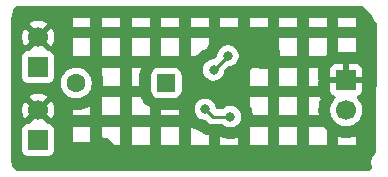
<source format=gbr>
%TF.GenerationSoftware,KiCad,Pcbnew,9.0.6*%
%TF.CreationDate,2026-01-10T22:29:01+00:00*%
%TF.ProjectId,Tiny_Solar_Power_Supply002,54696e79-5f53-46f6-9c61-725f506f7765,rev?*%
%TF.SameCoordinates,Original*%
%TF.FileFunction,Copper,L2,Bot*%
%TF.FilePolarity,Positive*%
%FSLAX46Y46*%
G04 Gerber Fmt 4.6, Leading zero omitted, Abs format (unit mm)*
G04 Created by KiCad (PCBNEW 9.0.6) date 2026-01-10 22:29:01*
%MOMM*%
%LPD*%
G01*
G04 APERTURE LIST*
G04 Aperture macros list*
%AMRoundRect*
0 Rectangle with rounded corners*
0 $1 Rounding radius*
0 $2 $3 $4 $5 $6 $7 $8 $9 X,Y pos of 4 corners*
0 Add a 4 corners polygon primitive as box body*
4,1,4,$2,$3,$4,$5,$6,$7,$8,$9,$2,$3,0*
0 Add four circle primitives for the rounded corners*
1,1,$1+$1,$2,$3*
1,1,$1+$1,$4,$5*
1,1,$1+$1,$6,$7*
1,1,$1+$1,$8,$9*
0 Add four rect primitives between the rounded corners*
20,1,$1+$1,$2,$3,$4,$5,0*
20,1,$1+$1,$4,$5,$6,$7,0*
20,1,$1+$1,$6,$7,$8,$9,0*
20,1,$1+$1,$8,$9,$2,$3,0*%
G04 Aperture macros list end*
%TA.AperFunction,ComponentPad*%
%ADD10R,1.700000X1.700000*%
%TD*%
%TA.AperFunction,ComponentPad*%
%ADD11C,1.700000*%
%TD*%
%TA.AperFunction,ComponentPad*%
%ADD12RoundRect,0.250000X0.550000X0.550000X-0.550000X0.550000X-0.550000X-0.550000X0.550000X-0.550000X0*%
%TD*%
%TA.AperFunction,ComponentPad*%
%ADD13C,1.600000*%
%TD*%
%TA.AperFunction,ViaPad*%
%ADD14C,0.800000*%
%TD*%
%TA.AperFunction,Conductor*%
%ADD15C,0.250000*%
%TD*%
G04 APERTURE END LIST*
D10*
%TO.P,J1,1,Pin_1*%
%TO.N,GNDD*%
X141500000Y-97790000D03*
D11*
%TO.P,J1,2,Pin_2*%
%TO.N,/OUT_P*%
X141500000Y-100330000D03*
%TD*%
D10*
%TO.P,J2,1,Pin_1*%
%TO.N,/BAT_P*%
X115425000Y-102850000D03*
D11*
%TO.P,J2,2,Pin_2*%
%TO.N,GNDD*%
X115425000Y-100310000D03*
%TD*%
D12*
%TO.P,J3,1,Pin_1*%
%TO.N,Net-(J3-Pin_1)*%
X126275000Y-98025000D03*
D13*
%TO.P,J3,2,Pin_2*%
%TO.N,/BAT_P*%
X118655000Y-98025000D03*
%TD*%
D10*
%TO.P,J4,1,Pin_1*%
%TO.N,/SOLAR_P*%
X115425000Y-96675000D03*
D11*
%TO.P,J4,2,Pin_2*%
%TO.N,GNDD*%
X115425000Y-94135000D03*
%TD*%
D14*
%TO.N,GNDD*%
X120725000Y-103950000D03*
X131225000Y-97775000D03*
X134575000Y-95525000D03*
%TO.N,Net-(U1-FB)*%
X129562500Y-100250000D03*
X131700000Y-100875000D03*
%TO.N,Net-(D1-A)*%
X130275000Y-96919599D03*
X131493077Y-95727520D03*
%TD*%
D15*
%TO.N,GNDD*%
X118240000Y-103125000D02*
X115425000Y-100310000D01*
X119900000Y-103125000D02*
X118240000Y-103125000D01*
X132325000Y-97775000D02*
X134575000Y-95525000D01*
X120725000Y-103950000D02*
X119900000Y-103125000D01*
X131225000Y-97775000D02*
X132325000Y-97775000D01*
%TO.N,Net-(U1-FB)*%
X131700000Y-100875000D02*
X130187500Y-100875000D01*
X130187500Y-100875000D02*
X129562500Y-100250000D01*
%TO.N,Net-(D1-A)*%
X130300998Y-96919599D02*
X131493077Y-95727520D01*
X130275000Y-96919599D02*
X130300998Y-96919599D01*
%TD*%
%TA.AperFunction,Conductor*%
%TO.N,GNDD*%
G36*
X142915344Y-91519352D02*
G01*
X142935986Y-91535986D01*
X143673047Y-92273047D01*
X143705346Y-92332198D01*
X143705981Y-92332046D01*
X143707118Y-92336784D01*
X143761494Y-92504139D01*
X143761496Y-92504145D01*
X143824756Y-92628298D01*
X143841386Y-92660936D01*
X143944818Y-92803298D01*
X143944820Y-92803300D01*
X144069248Y-92927728D01*
X144080778Y-92936105D01*
X144123443Y-92991436D01*
X144131888Y-93037283D01*
X144056958Y-103823180D01*
X144036808Y-103890082D01*
X144020643Y-103910000D01*
X143903901Y-104026742D01*
X143797635Y-104173005D01*
X143715558Y-104334088D01*
X143659688Y-104506036D01*
X143631407Y-104684598D01*
X143631407Y-104865401D01*
X143659689Y-105043964D01*
X143678228Y-105101022D01*
X143680223Y-105170864D01*
X143647978Y-105227021D01*
X143405069Y-105469931D01*
X143343746Y-105503416D01*
X143317388Y-105506250D01*
X113757612Y-105506250D01*
X113690573Y-105486565D01*
X113669931Y-105469931D01*
X113223215Y-105023215D01*
X113189730Y-104961892D01*
X113186896Y-104935534D01*
X113186896Y-104860518D01*
X113160363Y-104693002D01*
X113158902Y-104683776D01*
X113158901Y-104683772D01*
X113158901Y-104683771D01*
X113106069Y-104521172D01*
X113100000Y-104482854D01*
X113100000Y-101952135D01*
X114074500Y-101952135D01*
X114074500Y-103747870D01*
X114074501Y-103747876D01*
X114080908Y-103807483D01*
X114131202Y-103942328D01*
X114131206Y-103942335D01*
X114217452Y-104057544D01*
X114217455Y-104057547D01*
X114332664Y-104143793D01*
X114332671Y-104143797D01*
X114467517Y-104194091D01*
X114467516Y-104194091D01*
X114474444Y-104194835D01*
X114527127Y-104200500D01*
X116322872Y-104200499D01*
X116382483Y-104194091D01*
X116517331Y-104143796D01*
X116632546Y-104057546D01*
X116718796Y-103942331D01*
X116769091Y-103807483D01*
X116775500Y-103747873D01*
X116775500Y-103249667D01*
X118348000Y-103249667D01*
X119597437Y-103249667D01*
X119598350Y-103248178D01*
X119709373Y-103095367D01*
X119722010Y-103080571D01*
X119850000Y-102952581D01*
X119850000Y-102628977D01*
X120848000Y-102628977D01*
X121025399Y-102657075D01*
X121044319Y-102661617D01*
X121223958Y-102719985D01*
X121241935Y-102727431D01*
X121410232Y-102813183D01*
X121426822Y-102823350D01*
X121579633Y-102934373D01*
X121594429Y-102947010D01*
X121727990Y-103080571D01*
X121740627Y-103095367D01*
X121851650Y-103248178D01*
X121852563Y-103249667D01*
X122350000Y-103249667D01*
X123348000Y-103249667D01*
X124850000Y-103249667D01*
X125848000Y-103249667D01*
X127350000Y-103249667D01*
X128348000Y-103249667D01*
X129850000Y-103249667D01*
X130848000Y-103249667D01*
X132350000Y-103249667D01*
X132350000Y-102660682D01*
X132321949Y-102672301D01*
X132316272Y-102674491D01*
X132281620Y-102686890D01*
X132275845Y-102688798D01*
X132228952Y-102703025D01*
X132223084Y-102704649D01*
X132187349Y-102713601D01*
X132181408Y-102714935D01*
X131959357Y-102759104D01*
X131953360Y-102760145D01*
X131916929Y-102765549D01*
X131910888Y-102766294D01*
X131862116Y-102771097D01*
X131856046Y-102771545D01*
X131819274Y-102773351D01*
X131813191Y-102773500D01*
X131586809Y-102773500D01*
X131580726Y-102773351D01*
X131543954Y-102771545D01*
X131537884Y-102771097D01*
X131489112Y-102766294D01*
X131483071Y-102765549D01*
X131446640Y-102760145D01*
X131440643Y-102759104D01*
X131218592Y-102714935D01*
X131212651Y-102713601D01*
X131176916Y-102704649D01*
X131171048Y-102703025D01*
X131124155Y-102688798D01*
X131118380Y-102686890D01*
X131083728Y-102674491D01*
X131078051Y-102672301D01*
X130868905Y-102585671D01*
X130863344Y-102583206D01*
X130848000Y-102575949D01*
X130848000Y-103249667D01*
X129850000Y-103249667D01*
X129850000Y-102463174D01*
X129786315Y-102450507D01*
X129780374Y-102449173D01*
X129744645Y-102440223D01*
X129738778Y-102438599D01*
X129691881Y-102424372D01*
X129686104Y-102422463D01*
X129651441Y-102410060D01*
X129645763Y-102407870D01*
X129486649Y-102341962D01*
X129481084Y-102339495D01*
X129447780Y-102323743D01*
X129442339Y-102321004D01*
X129399120Y-102297900D01*
X129393827Y-102294901D01*
X129362260Y-102275979D01*
X129357122Y-102272726D01*
X129213936Y-102177053D01*
X129208958Y-102173547D01*
X129179384Y-102151613D01*
X129174590Y-102147871D01*
X129136706Y-102116782D01*
X129132094Y-102112804D01*
X129114108Y-102096502D01*
X129081092Y-102089935D01*
X129075151Y-102088601D01*
X129039416Y-102079649D01*
X129033548Y-102078025D01*
X128986655Y-102063798D01*
X128980880Y-102061890D01*
X128946228Y-102049491D01*
X128940551Y-102047301D01*
X128731405Y-101960671D01*
X128725844Y-101958206D01*
X128692562Y-101942466D01*
X128687123Y-101939729D01*
X128643901Y-101916627D01*
X128638606Y-101913627D01*
X128607012Y-101894691D01*
X128601868Y-101891434D01*
X128502394Y-101824967D01*
X133348000Y-101824967D01*
X133348000Y-103249667D01*
X134850000Y-103249667D01*
X135848000Y-103249667D01*
X137350000Y-103249667D01*
X138348000Y-103249667D01*
X139850000Y-103249667D01*
X139850000Y-102587510D01*
X140848000Y-102587510D01*
X140848000Y-103249667D01*
X142350000Y-103249667D01*
X142350000Y-102523076D01*
X142345440Y-102524658D01*
X142106007Y-102602455D01*
X142101347Y-102603869D01*
X142073005Y-102611862D01*
X142068300Y-102613089D01*
X142030183Y-102622242D01*
X142025423Y-102623287D01*
X141996523Y-102629036D01*
X141991728Y-102629892D01*
X141743059Y-102669277D01*
X141738236Y-102669944D01*
X141709003Y-102673404D01*
X141704165Y-102673881D01*
X141665086Y-102676959D01*
X141660221Y-102677246D01*
X141630769Y-102678404D01*
X141625897Y-102678500D01*
X141374103Y-102678500D01*
X141369231Y-102678404D01*
X141339779Y-102677246D01*
X141334914Y-102676959D01*
X141295835Y-102673881D01*
X141290997Y-102673404D01*
X141261764Y-102669944D01*
X141256941Y-102669277D01*
X141008272Y-102629892D01*
X141003477Y-102629036D01*
X140974577Y-102623287D01*
X140969817Y-102622242D01*
X140931700Y-102613089D01*
X140926995Y-102611862D01*
X140898653Y-102603869D01*
X140893993Y-102602455D01*
X140848000Y-102587510D01*
X139850000Y-102587510D01*
X139850000Y-102001280D01*
X139750356Y-101901636D01*
X139746986Y-101898132D01*
X139727012Y-101876527D01*
X139723778Y-101872888D01*
X139698317Y-101843081D01*
X139695227Y-101839316D01*
X139676968Y-101816157D01*
X139674025Y-101812269D01*
X139627089Y-101747667D01*
X138348000Y-101747667D01*
X138348000Y-103249667D01*
X137350000Y-103249667D01*
X137350000Y-101747667D01*
X135848000Y-101747667D01*
X135848000Y-103249667D01*
X134850000Y-103249667D01*
X134850000Y-101747667D01*
X133391093Y-101747667D01*
X133389729Y-101750377D01*
X133366627Y-101793599D01*
X133363627Y-101798894D01*
X133348000Y-101824967D01*
X128502394Y-101824967D01*
X128413631Y-101765657D01*
X128408655Y-101762153D01*
X128389123Y-101747667D01*
X128348000Y-101747667D01*
X128348000Y-103249667D01*
X127350000Y-103249667D01*
X127350000Y-101747667D01*
X125848000Y-101747667D01*
X125848000Y-103249667D01*
X124850000Y-103249667D01*
X124850000Y-101747667D01*
X123348000Y-101747667D01*
X123348000Y-103249667D01*
X122350000Y-103249667D01*
X122350000Y-101747667D01*
X120848000Y-101747667D01*
X120848000Y-102628977D01*
X119850000Y-102628977D01*
X119850000Y-101747667D01*
X118348000Y-101747667D01*
X118348000Y-103249667D01*
X116775500Y-103249667D01*
X116775499Y-101952128D01*
X116769091Y-101892517D01*
X116749248Y-101839316D01*
X116718797Y-101757671D01*
X116718793Y-101757664D01*
X116632547Y-101642455D01*
X116632544Y-101642452D01*
X116517335Y-101556206D01*
X116517328Y-101556202D01*
X116382482Y-101505908D01*
X116382483Y-101505908D01*
X116322883Y-101499501D01*
X116322881Y-101499500D01*
X116322873Y-101499500D01*
X116322865Y-101499500D01*
X116312309Y-101499500D01*
X116245270Y-101479815D01*
X116224628Y-101463181D01*
X115554408Y-100792962D01*
X115617993Y-100775925D01*
X115732007Y-100710099D01*
X115825099Y-100617007D01*
X115890925Y-100502993D01*
X115907962Y-100439409D01*
X116540270Y-101071717D01*
X116540270Y-101071716D01*
X116579622Y-101017554D01*
X116676095Y-100828217D01*
X116741757Y-100626130D01*
X116741757Y-100626127D01*
X116775000Y-100416246D01*
X116775000Y-100303526D01*
X118348000Y-100303526D01*
X118348000Y-100749667D01*
X119850000Y-100749667D01*
X120848000Y-100749667D01*
X122350000Y-100749667D01*
X123348000Y-100749667D01*
X124850000Y-100749667D01*
X124850000Y-100323499D01*
X125848000Y-100323499D01*
X125848000Y-100749667D01*
X127350000Y-100749667D01*
X127350000Y-100243028D01*
X127265863Y-100270909D01*
X127259386Y-100272861D01*
X127219884Y-100283599D01*
X127213309Y-100285195D01*
X127160055Y-100296593D01*
X127153411Y-100297827D01*
X127113006Y-100304196D01*
X127106299Y-100305066D01*
X126963787Y-100319624D01*
X126960639Y-100319905D01*
X126941595Y-100321361D01*
X126938449Y-100321562D01*
X126913080Y-100322854D01*
X126909926Y-100322974D01*
X126890856Y-100323459D01*
X126887703Y-100323499D01*
X125848000Y-100323499D01*
X124850000Y-100323499D01*
X124850000Y-100161304D01*
X128662000Y-100161304D01*
X128662000Y-100338695D01*
X128696603Y-100512658D01*
X128696606Y-100512667D01*
X128764483Y-100676540D01*
X128764490Y-100676553D01*
X128863035Y-100824034D01*
X128863038Y-100824038D01*
X128988461Y-100949461D01*
X128988465Y-100949464D01*
X129135946Y-101048009D01*
X129135959Y-101048016D01*
X129258863Y-101098923D01*
X129299834Y-101115894D01*
X129299836Y-101115894D01*
X129299841Y-101115896D01*
X129473804Y-101150499D01*
X129473807Y-101150500D01*
X129473809Y-101150500D01*
X129527047Y-101150500D01*
X129594086Y-101170185D01*
X129614728Y-101186819D01*
X129788762Y-101360854D01*
X129788765Y-101360857D01*
X129856911Y-101406390D01*
X129891214Y-101429311D01*
X130005048Y-101476463D01*
X130106618Y-101496666D01*
X130125888Y-101500499D01*
X130125892Y-101500500D01*
X130125893Y-101500500D01*
X130125894Y-101500500D01*
X131000639Y-101500500D01*
X131067678Y-101520185D01*
X131088321Y-101536820D01*
X131125961Y-101574461D01*
X131125965Y-101574464D01*
X131273446Y-101673009D01*
X131273459Y-101673016D01*
X131396363Y-101723923D01*
X131437334Y-101740894D01*
X131437336Y-101740894D01*
X131437341Y-101740896D01*
X131611304Y-101775499D01*
X131611307Y-101775500D01*
X131611309Y-101775500D01*
X131788693Y-101775500D01*
X131788694Y-101775499D01*
X131846682Y-101763964D01*
X131962658Y-101740896D01*
X131962661Y-101740894D01*
X131962666Y-101740894D01*
X132126547Y-101673013D01*
X132274035Y-101574464D01*
X132399464Y-101449035D01*
X132498013Y-101301547D01*
X132565894Y-101137666D01*
X132570225Y-101115896D01*
X132600499Y-100963695D01*
X132600500Y-100963693D01*
X132600500Y-100786306D01*
X132600499Y-100786304D01*
X132565896Y-100612341D01*
X132565893Y-100612332D01*
X132498016Y-100448459D01*
X132498009Y-100448446D01*
X132399464Y-100300965D01*
X132399461Y-100300961D01*
X132274038Y-100175538D01*
X132274034Y-100175535D01*
X132126553Y-100076990D01*
X132126540Y-100076983D01*
X131962667Y-100009106D01*
X131962658Y-100009103D01*
X131788694Y-99974500D01*
X131788691Y-99974500D01*
X131611309Y-99974500D01*
X131611306Y-99974500D01*
X131437341Y-100009103D01*
X131437332Y-100009106D01*
X131273459Y-100076983D01*
X131273446Y-100076990D01*
X131125965Y-100175535D01*
X131125961Y-100175538D01*
X131088321Y-100213180D01*
X131026999Y-100246666D01*
X131000639Y-100249500D01*
X130582307Y-100249500D01*
X130515268Y-100229815D01*
X130469513Y-100177011D01*
X130460690Y-100149692D01*
X130430838Y-99999623D01*
X130428394Y-99987334D01*
X130402588Y-99925032D01*
X133348000Y-99925032D01*
X133363627Y-99951106D01*
X133366627Y-99956401D01*
X133389729Y-99999623D01*
X133392466Y-100005062D01*
X133408206Y-100038344D01*
X133410671Y-100043905D01*
X133497301Y-100253051D01*
X133499491Y-100258728D01*
X133511890Y-100293380D01*
X133513798Y-100299155D01*
X133528025Y-100346048D01*
X133529649Y-100351916D01*
X133538601Y-100387651D01*
X133539935Y-100393592D01*
X133584104Y-100615643D01*
X133585145Y-100621640D01*
X133590549Y-100658071D01*
X133591294Y-100664112D01*
X133596097Y-100712884D01*
X133596545Y-100718954D01*
X133598053Y-100749667D01*
X134850000Y-100749667D01*
X135848000Y-100749667D01*
X137350000Y-100749667D01*
X138348000Y-100749667D01*
X139188695Y-100749667D01*
X139160723Y-100573059D01*
X139160056Y-100568236D01*
X139156596Y-100539003D01*
X139156119Y-100534165D01*
X139153041Y-100495086D01*
X139152754Y-100490221D01*
X139151596Y-100460769D01*
X139151500Y-100455897D01*
X139151500Y-100223713D01*
X140149500Y-100223713D01*
X140149500Y-100436287D01*
X140182754Y-100646243D01*
X140241881Y-100828217D01*
X140248444Y-100848414D01*
X140344951Y-101037820D01*
X140469890Y-101209786D01*
X140620213Y-101360109D01*
X140792179Y-101485048D01*
X140792181Y-101485049D01*
X140792184Y-101485051D01*
X140981588Y-101581557D01*
X141183757Y-101647246D01*
X141393713Y-101680500D01*
X141393714Y-101680500D01*
X141606286Y-101680500D01*
X141606287Y-101680500D01*
X141816243Y-101647246D01*
X142018412Y-101581557D01*
X142207816Y-101485051D01*
X142257388Y-101449035D01*
X142379786Y-101360109D01*
X142379788Y-101360106D01*
X142379792Y-101360104D01*
X142530104Y-101209792D01*
X142530106Y-101209788D01*
X142530109Y-101209786D01*
X142655048Y-101037820D01*
X142655047Y-101037820D01*
X142655051Y-101037816D01*
X142751557Y-100848412D01*
X142817246Y-100646243D01*
X142850500Y-100436287D01*
X142850500Y-100223713D01*
X142817246Y-100013757D01*
X142751557Y-99811588D01*
X142655051Y-99622184D01*
X142655049Y-99622181D01*
X142655048Y-99622179D01*
X142530109Y-99450213D01*
X142416181Y-99336285D01*
X142382696Y-99274962D01*
X142387680Y-99205270D01*
X142429552Y-99149337D01*
X142460529Y-99132422D01*
X142592086Y-99083354D01*
X142592093Y-99083350D01*
X142707187Y-98997190D01*
X142707190Y-98997187D01*
X142793350Y-98882093D01*
X142793354Y-98882086D01*
X142843596Y-98747379D01*
X142843598Y-98747372D01*
X142849999Y-98687844D01*
X142850000Y-98687827D01*
X142850000Y-98040000D01*
X141933012Y-98040000D01*
X141965925Y-97982993D01*
X142000000Y-97855826D01*
X142000000Y-97724174D01*
X141965925Y-97597007D01*
X141933012Y-97540000D01*
X142850000Y-97540000D01*
X142850000Y-96892172D01*
X142849999Y-96892155D01*
X142843598Y-96832627D01*
X142843596Y-96832620D01*
X142793354Y-96697913D01*
X142793350Y-96697906D01*
X142707190Y-96582812D01*
X142707187Y-96582809D01*
X142592093Y-96496649D01*
X142592086Y-96496645D01*
X142457379Y-96446403D01*
X142457372Y-96446401D01*
X142397844Y-96440000D01*
X141750000Y-96440000D01*
X141750000Y-97356988D01*
X141692993Y-97324075D01*
X141565826Y-97290000D01*
X141434174Y-97290000D01*
X141307007Y-97324075D01*
X141250000Y-97356988D01*
X141250000Y-96440000D01*
X140602155Y-96440000D01*
X140542627Y-96446401D01*
X140542620Y-96446403D01*
X140407913Y-96496645D01*
X140407906Y-96496649D01*
X140292812Y-96582809D01*
X140292809Y-96582812D01*
X140206649Y-96697906D01*
X140206645Y-96697913D01*
X140156403Y-96832620D01*
X140156401Y-96832627D01*
X140150000Y-96892155D01*
X140150000Y-97540000D01*
X141066988Y-97540000D01*
X141034075Y-97597007D01*
X141000000Y-97724174D01*
X141000000Y-97855826D01*
X141034075Y-97982993D01*
X141066988Y-98040000D01*
X140150000Y-98040000D01*
X140150000Y-98687844D01*
X140156401Y-98747372D01*
X140156403Y-98747379D01*
X140206645Y-98882086D01*
X140206649Y-98882093D01*
X140292809Y-98997187D01*
X140292812Y-98997190D01*
X140407906Y-99083350D01*
X140407913Y-99083354D01*
X140539470Y-99132422D01*
X140595404Y-99174293D01*
X140619821Y-99239758D01*
X140604969Y-99308031D01*
X140583819Y-99336285D01*
X140469889Y-99450215D01*
X140344951Y-99622179D01*
X140248444Y-99811585D01*
X140182753Y-100013760D01*
X140157130Y-100175538D01*
X140149500Y-100223713D01*
X139151500Y-100223713D01*
X139151500Y-100204103D01*
X139151596Y-100199231D01*
X139152754Y-100169779D01*
X139153041Y-100164914D01*
X139156119Y-100125835D01*
X139156596Y-100120997D01*
X139160056Y-100091764D01*
X139160723Y-100086941D01*
X139200108Y-99838272D01*
X139200964Y-99833477D01*
X139206713Y-99804577D01*
X139207758Y-99799817D01*
X139216911Y-99761700D01*
X139218138Y-99756995D01*
X139226131Y-99728653D01*
X139227545Y-99723993D01*
X139305342Y-99484560D01*
X139306936Y-99479963D01*
X139317121Y-99452353D01*
X139318893Y-99447825D01*
X139333891Y-99411608D01*
X139335846Y-99407139D01*
X139345188Y-99386871D01*
X139313638Y-99329091D01*
X139309677Y-99321177D01*
X139287419Y-99272441D01*
X139284030Y-99264261D01*
X139277841Y-99247667D01*
X138348000Y-99247667D01*
X138348000Y-100749667D01*
X137350000Y-100749667D01*
X137350000Y-99247667D01*
X135848000Y-99247667D01*
X135848000Y-100749667D01*
X134850000Y-100749667D01*
X134850000Y-99247667D01*
X133348000Y-99247667D01*
X133348000Y-99925032D01*
X130402588Y-99925032D01*
X130396321Y-99909901D01*
X130360516Y-99823459D01*
X130360509Y-99823446D01*
X130261964Y-99675965D01*
X130261961Y-99675961D01*
X130136538Y-99550538D01*
X130136534Y-99550535D01*
X129989053Y-99451990D01*
X129989040Y-99451983D01*
X129825167Y-99384106D01*
X129825158Y-99384103D01*
X129651194Y-99349500D01*
X129651191Y-99349500D01*
X129473809Y-99349500D01*
X129473806Y-99349500D01*
X129299841Y-99384103D01*
X129299832Y-99384106D01*
X129135959Y-99451983D01*
X129135946Y-99451990D01*
X128988465Y-99550535D01*
X128988461Y-99550538D01*
X128863038Y-99675961D01*
X128863035Y-99675965D01*
X128764490Y-99823446D01*
X128764483Y-99823459D01*
X128696606Y-99987332D01*
X128696603Y-99987341D01*
X128662000Y-100161304D01*
X124850000Y-100161304D01*
X124850000Y-100089651D01*
X124707697Y-100001879D01*
X124701667Y-99997913D01*
X124665907Y-99972872D01*
X124660123Y-99968566D01*
X124614556Y-99932536D01*
X124609029Y-99927898D01*
X124576431Y-99898887D01*
X124571187Y-99893939D01*
X124406061Y-99728813D01*
X124401113Y-99723569D01*
X124372102Y-99690971D01*
X124367464Y-99685444D01*
X124331434Y-99639877D01*
X124327128Y-99634093D01*
X124302087Y-99598333D01*
X124298121Y-99592303D01*
X124175519Y-99393532D01*
X124171912Y-99387285D01*
X124151194Y-99348860D01*
X124147956Y-99342413D01*
X124123409Y-99289768D01*
X124120553Y-99283146D01*
X124106459Y-99247667D01*
X123348000Y-99247667D01*
X123348000Y-100749667D01*
X122350000Y-100749667D01*
X122350000Y-99247667D01*
X120848000Y-99247667D01*
X120848000Y-100749667D01*
X119850000Y-100749667D01*
X119850000Y-99993162D01*
X119841344Y-99998467D01*
X119837144Y-100000929D01*
X119811448Y-100015319D01*
X119807155Y-100017614D01*
X119589827Y-100128349D01*
X119585443Y-100130475D01*
X119558667Y-100142818D01*
X119554200Y-100144772D01*
X119517984Y-100159770D01*
X119513453Y-100161543D01*
X119485844Y-100171727D01*
X119481250Y-100173320D01*
X119249283Y-100248692D01*
X119244620Y-100250106D01*
X119216241Y-100258109D01*
X119211522Y-100259340D01*
X119173403Y-100268488D01*
X119168652Y-100269530D01*
X119139789Y-100275270D01*
X119135001Y-100276125D01*
X118894125Y-100314277D01*
X118889301Y-100314945D01*
X118860067Y-100318405D01*
X118855230Y-100318881D01*
X118816151Y-100321959D01*
X118811286Y-100322246D01*
X118781834Y-100323404D01*
X118776962Y-100323500D01*
X118533038Y-100323500D01*
X118528166Y-100323404D01*
X118498714Y-100322246D01*
X118493849Y-100321959D01*
X118454770Y-100318881D01*
X118449933Y-100318405D01*
X118420699Y-100314945D01*
X118415874Y-100314277D01*
X118348000Y-100303526D01*
X116775000Y-100303526D01*
X116775000Y-100203753D01*
X116741757Y-99993872D01*
X116741757Y-99993869D01*
X116676095Y-99791782D01*
X116579624Y-99602449D01*
X116540270Y-99548282D01*
X116540269Y-99548282D01*
X115907962Y-100180590D01*
X115890925Y-100117007D01*
X115825099Y-100002993D01*
X115732007Y-99909901D01*
X115617993Y-99844075D01*
X115554409Y-99827037D01*
X116186716Y-99194728D01*
X116132550Y-99155375D01*
X115943217Y-99058904D01*
X115741129Y-98993242D01*
X115531246Y-98960000D01*
X115318754Y-98960000D01*
X115108872Y-98993242D01*
X115108869Y-98993242D01*
X114906782Y-99058904D01*
X114717439Y-99155380D01*
X114663282Y-99194727D01*
X114663282Y-99194728D01*
X115295591Y-99827037D01*
X115232007Y-99844075D01*
X115117993Y-99909901D01*
X115024901Y-100002993D01*
X114959075Y-100117007D01*
X114942037Y-100180591D01*
X114309728Y-99548282D01*
X114309727Y-99548282D01*
X114270380Y-99602439D01*
X114173904Y-99791782D01*
X114108242Y-99993869D01*
X114108242Y-99993872D01*
X114075000Y-100203753D01*
X114075000Y-100416246D01*
X114108242Y-100626127D01*
X114108242Y-100626130D01*
X114173904Y-100828217D01*
X114270375Y-101017550D01*
X114309728Y-101071716D01*
X114942037Y-100439408D01*
X114959075Y-100502993D01*
X115024901Y-100617007D01*
X115117993Y-100710099D01*
X115232007Y-100775925D01*
X115295590Y-100792962D01*
X114625370Y-101463181D01*
X114564047Y-101496666D01*
X114537698Y-101499500D01*
X114527134Y-101499500D01*
X114527123Y-101499501D01*
X114467516Y-101505908D01*
X114332671Y-101556202D01*
X114332664Y-101556206D01*
X114217455Y-101642452D01*
X114217452Y-101642455D01*
X114131206Y-101757664D01*
X114131202Y-101757671D01*
X114080908Y-101892517D01*
X114074501Y-101952116D01*
X114074501Y-101952123D01*
X114074500Y-101952135D01*
X113100000Y-101952135D01*
X113100000Y-95777135D01*
X114074500Y-95777135D01*
X114074500Y-97572870D01*
X114074501Y-97572876D01*
X114080908Y-97632483D01*
X114131202Y-97767328D01*
X114131206Y-97767335D01*
X114217452Y-97882544D01*
X114217455Y-97882547D01*
X114332664Y-97968793D01*
X114332671Y-97968797D01*
X114467517Y-98019091D01*
X114467516Y-98019091D01*
X114474444Y-98019835D01*
X114527127Y-98025500D01*
X116322872Y-98025499D01*
X116382483Y-98019091D01*
X116517331Y-97968796D01*
X116578977Y-97922648D01*
X117354500Y-97922648D01*
X117354500Y-98127351D01*
X117386522Y-98329534D01*
X117449781Y-98524223D01*
X117501135Y-98625009D01*
X117533151Y-98687844D01*
X117542715Y-98706613D01*
X117663028Y-98872213D01*
X117807786Y-99016971D01*
X117962749Y-99129556D01*
X117973390Y-99137287D01*
X118047306Y-99174949D01*
X118155776Y-99230218D01*
X118155778Y-99230218D01*
X118155781Y-99230220D01*
X118246856Y-99259812D01*
X118350465Y-99293477D01*
X118390993Y-99299896D01*
X118552648Y-99325500D01*
X118552649Y-99325500D01*
X118757351Y-99325500D01*
X118757352Y-99325500D01*
X118959534Y-99293477D01*
X119154219Y-99230220D01*
X119336610Y-99137287D01*
X119465482Y-99043657D01*
X119502213Y-99016971D01*
X119502215Y-99016968D01*
X119502219Y-99016966D01*
X119646966Y-98872219D01*
X119646968Y-98872215D01*
X119646971Y-98872213D01*
X119699732Y-98799590D01*
X119767287Y-98706610D01*
X119860220Y-98524219D01*
X119923477Y-98329534D01*
X119955500Y-98127352D01*
X119955500Y-97922648D01*
X119933777Y-97785495D01*
X119923477Y-97720465D01*
X119866464Y-97544999D01*
X119860220Y-97525781D01*
X119860218Y-97525778D01*
X119860218Y-97525776D01*
X119808865Y-97424991D01*
X119767287Y-97343390D01*
X119762105Y-97336258D01*
X120848000Y-97336258D01*
X120878692Y-97430717D01*
X120880106Y-97435380D01*
X120888109Y-97463759D01*
X120889340Y-97468478D01*
X120898488Y-97506597D01*
X120899530Y-97511348D01*
X120905270Y-97540211D01*
X120906125Y-97544999D01*
X120944277Y-97785875D01*
X120944945Y-97790699D01*
X120948405Y-97819933D01*
X120948881Y-97824770D01*
X120951959Y-97863849D01*
X120952246Y-97868714D01*
X120953404Y-97898166D01*
X120953500Y-97903038D01*
X120953500Y-98146962D01*
X120953404Y-98151834D01*
X120952246Y-98181286D01*
X120951959Y-98186151D01*
X120948881Y-98225230D01*
X120948405Y-98230067D01*
X120946085Y-98249667D01*
X122350000Y-98249667D01*
X123348000Y-98249667D01*
X123976501Y-98249667D01*
X123976500Y-97424983D01*
X124974500Y-97424983D01*
X124974500Y-98625001D01*
X124974501Y-98625018D01*
X124985000Y-98727796D01*
X124985001Y-98727799D01*
X125032856Y-98872213D01*
X125040186Y-98894334D01*
X125132288Y-99043656D01*
X125256344Y-99167712D01*
X125405666Y-99259814D01*
X125572203Y-99314999D01*
X125674991Y-99325500D01*
X126875008Y-99325499D01*
X126977797Y-99314999D01*
X127144334Y-99259814D01*
X127293656Y-99167712D01*
X127417712Y-99043656D01*
X127509814Y-98894334D01*
X127564999Y-98727797D01*
X127575500Y-98625009D01*
X127575500Y-98249667D01*
X133348000Y-98249667D01*
X134850000Y-98249667D01*
X135848000Y-98249667D01*
X137350000Y-98249667D01*
X138348000Y-98249667D01*
X139152000Y-98249667D01*
X139152000Y-97839454D01*
X139161439Y-97792002D01*
X139162268Y-97790000D01*
X139161439Y-97787998D01*
X139152000Y-97740546D01*
X139152000Y-96878823D01*
X139152044Y-96875509D01*
X139152580Y-96855461D01*
X139152713Y-96852145D01*
X139154142Y-96825458D01*
X139154364Y-96822144D01*
X139155977Y-96802095D01*
X139156289Y-96798783D01*
X139161785Y-96747667D01*
X138348000Y-96747667D01*
X138348000Y-98249667D01*
X137350000Y-98249667D01*
X137350000Y-96747667D01*
X135848000Y-96747667D01*
X135848000Y-98249667D01*
X134850000Y-98249667D01*
X134850000Y-96821947D01*
X134688840Y-96847473D01*
X134669442Y-96849000D01*
X134480558Y-96849000D01*
X134461160Y-96847473D01*
X134274601Y-96817925D01*
X134255681Y-96813383D01*
X134076042Y-96755015D01*
X134058302Y-96747667D01*
X133348000Y-96747667D01*
X133348000Y-98249667D01*
X127575500Y-98249667D01*
X127575499Y-97424992D01*
X127571914Y-97389901D01*
X127564999Y-97322203D01*
X127564998Y-97322200D01*
X127554328Y-97290000D01*
X127509814Y-97155666D01*
X127417712Y-97006344D01*
X127293656Y-96882288D01*
X127210347Y-96830903D01*
X129374500Y-96830903D01*
X129374500Y-97008294D01*
X129409103Y-97182257D01*
X129409106Y-97182266D01*
X129476983Y-97346139D01*
X129476990Y-97346152D01*
X129575535Y-97493633D01*
X129575538Y-97493637D01*
X129700961Y-97619060D01*
X129700965Y-97619063D01*
X129848446Y-97717608D01*
X129848459Y-97717615D01*
X129968479Y-97767328D01*
X130012334Y-97785493D01*
X130012336Y-97785493D01*
X130012341Y-97785495D01*
X130186304Y-97820098D01*
X130186307Y-97820099D01*
X130186309Y-97820099D01*
X130363693Y-97820099D01*
X130363694Y-97820098D01*
X130421682Y-97808563D01*
X130537658Y-97785495D01*
X130537661Y-97785493D01*
X130537666Y-97785493D01*
X130701547Y-97717612D01*
X130849035Y-97619063D01*
X130974464Y-97493634D01*
X131073013Y-97346146D01*
X131140894Y-97182265D01*
X131175500Y-97008290D01*
X131175500Y-96981049D01*
X131195185Y-96914010D01*
X131211819Y-96893368D01*
X131440848Y-96664339D01*
X131502171Y-96630854D01*
X131528529Y-96628020D01*
X131581770Y-96628020D01*
X131581771Y-96628019D01*
X131639759Y-96616484D01*
X131755735Y-96593416D01*
X131755738Y-96593414D01*
X131755743Y-96593414D01*
X131919624Y-96525533D01*
X132067112Y-96426984D01*
X132192541Y-96301555D01*
X132291090Y-96154067D01*
X132358971Y-95990186D01*
X132360445Y-95982780D01*
X132393576Y-95816215D01*
X132393577Y-95816213D01*
X132393577Y-95638826D01*
X132393576Y-95638824D01*
X132358973Y-95464861D01*
X132358970Y-95464852D01*
X132344276Y-95429378D01*
X132342000Y-95423883D01*
X132291093Y-95300979D01*
X132291086Y-95300966D01*
X132195782Y-95158336D01*
X135848000Y-95158336D01*
X135863383Y-95205681D01*
X135867925Y-95224601D01*
X135897473Y-95411160D01*
X135899000Y-95430558D01*
X135899000Y-95619442D01*
X135897473Y-95638840D01*
X135879920Y-95749667D01*
X137350000Y-95749667D01*
X138348000Y-95749667D01*
X139740423Y-95749667D01*
X139838368Y-95676345D01*
X139845638Y-95671297D01*
X139850000Y-95668493D01*
X139850000Y-95442000D01*
X140848000Y-95442000D01*
X141450546Y-95442000D01*
X141497998Y-95451439D01*
X141500000Y-95452268D01*
X141502002Y-95451439D01*
X141549454Y-95442000D01*
X142350000Y-95442000D01*
X142350000Y-94247667D01*
X140848000Y-94247667D01*
X140848000Y-95442000D01*
X139850000Y-95442000D01*
X139850000Y-94247667D01*
X138348000Y-94247667D01*
X138348000Y-95749667D01*
X137350000Y-95749667D01*
X137350000Y-94247667D01*
X135848000Y-94247667D01*
X135848000Y-95158336D01*
X132195782Y-95158336D01*
X132192541Y-95153485D01*
X132192538Y-95153481D01*
X132067115Y-95028058D01*
X132067111Y-95028055D01*
X131919630Y-94929510D01*
X131919617Y-94929503D01*
X131755744Y-94861626D01*
X131755735Y-94861623D01*
X131581771Y-94827020D01*
X131581768Y-94827020D01*
X131404386Y-94827020D01*
X131404383Y-94827020D01*
X131230418Y-94861623D01*
X131230409Y-94861626D01*
X131066536Y-94929503D01*
X131066523Y-94929510D01*
X130919042Y-95028055D01*
X130919038Y-95028058D01*
X130793615Y-95153481D01*
X130793612Y-95153485D01*
X130695067Y-95300966D01*
X130695060Y-95300979D01*
X130627183Y-95464852D01*
X130627180Y-95464861D01*
X130592577Y-95638824D01*
X130592577Y-95692068D01*
X130572892Y-95759107D01*
X130556258Y-95779749D01*
X130353227Y-95982780D01*
X130291904Y-96016265D01*
X130265546Y-96019099D01*
X130186306Y-96019099D01*
X130012341Y-96053702D01*
X130012332Y-96053705D01*
X129848459Y-96121582D01*
X129848446Y-96121589D01*
X129700965Y-96220134D01*
X129700961Y-96220137D01*
X129575538Y-96345560D01*
X129575535Y-96345564D01*
X129476990Y-96493045D01*
X129476983Y-96493058D01*
X129409106Y-96656931D01*
X129409103Y-96656940D01*
X129374500Y-96830903D01*
X127210347Y-96830903D01*
X127200888Y-96825069D01*
X127144336Y-96790187D01*
X127144331Y-96790185D01*
X127142862Y-96789698D01*
X126977797Y-96735001D01*
X126977795Y-96735000D01*
X126875010Y-96724500D01*
X125674998Y-96724500D01*
X125674981Y-96724501D01*
X125572203Y-96735000D01*
X125572200Y-96735001D01*
X125405668Y-96790185D01*
X125405663Y-96790187D01*
X125256342Y-96882289D01*
X125132289Y-97006342D01*
X125040187Y-97155663D01*
X125040185Y-97155668D01*
X125029812Y-97186972D01*
X124985001Y-97322203D01*
X124985001Y-97322204D01*
X124985000Y-97322204D01*
X124974500Y-97424983D01*
X123976500Y-97424983D01*
X123976500Y-97412296D01*
X123976540Y-97409143D01*
X123977025Y-97390073D01*
X123977145Y-97386920D01*
X123978437Y-97361549D01*
X123978638Y-97358398D01*
X123980095Y-97339349D01*
X123980376Y-97336204D01*
X123994936Y-97193681D01*
X123995807Y-97186972D01*
X124002181Y-97146543D01*
X124003416Y-97139892D01*
X124014818Y-97086641D01*
X124016413Y-97080074D01*
X124027144Y-97040600D01*
X124029095Y-97034125D01*
X124101977Y-96814182D01*
X124104444Y-96807404D01*
X124120554Y-96766853D01*
X124123409Y-96760234D01*
X124129269Y-96747667D01*
X123348000Y-96747667D01*
X123348000Y-98249667D01*
X122350000Y-98249667D01*
X122350000Y-96747667D01*
X120848000Y-96747667D01*
X120848000Y-97336258D01*
X119762105Y-97336258D01*
X119751892Y-97322200D01*
X119646971Y-97177786D01*
X119502213Y-97033028D01*
X119336613Y-96912715D01*
X119336612Y-96912714D01*
X119336610Y-96912713D01*
X119263593Y-96875509D01*
X119154223Y-96819781D01*
X118959534Y-96756522D01*
X118784995Y-96728878D01*
X118757352Y-96724500D01*
X118552648Y-96724500D01*
X118528329Y-96728351D01*
X118350465Y-96756522D01*
X118155776Y-96819781D01*
X117973386Y-96912715D01*
X117807786Y-97033028D01*
X117663028Y-97177786D01*
X117542715Y-97343386D01*
X117449781Y-97525776D01*
X117386522Y-97720465D01*
X117354500Y-97922648D01*
X116578977Y-97922648D01*
X116632546Y-97882546D01*
X116718796Y-97767331D01*
X116769091Y-97632483D01*
X116775500Y-97572873D01*
X116775499Y-95777128D01*
X116772204Y-95746473D01*
X118348000Y-95746473D01*
X118415875Y-95735723D01*
X118420699Y-95735055D01*
X118449933Y-95731595D01*
X118454770Y-95731119D01*
X118493849Y-95728041D01*
X118498714Y-95727754D01*
X118528166Y-95726596D01*
X118533038Y-95726500D01*
X118776962Y-95726500D01*
X118781834Y-95726596D01*
X118811286Y-95727754D01*
X118816151Y-95728041D01*
X118855230Y-95731119D01*
X118860067Y-95731595D01*
X118889301Y-95735055D01*
X118894125Y-95735723D01*
X118982162Y-95749667D01*
X119850000Y-95749667D01*
X120848000Y-95749667D01*
X122350000Y-95749667D01*
X123348000Y-95749667D01*
X124850000Y-95749667D01*
X124850000Y-95726500D01*
X125848000Y-95726500D01*
X126887704Y-95726500D01*
X126890857Y-95726540D01*
X126909927Y-95727025D01*
X126913080Y-95727145D01*
X126938451Y-95728437D01*
X126941602Y-95728638D01*
X126960651Y-95730095D01*
X126963796Y-95730376D01*
X127106319Y-95744936D01*
X127113028Y-95745807D01*
X127137511Y-95749667D01*
X127350000Y-95749667D01*
X128348000Y-95749667D01*
X128774778Y-95749667D01*
X128784779Y-95736182D01*
X128788524Y-95731384D01*
X128819613Y-95693502D01*
X128823587Y-95688895D01*
X128848318Y-95661608D01*
X128852516Y-95657199D01*
X129012600Y-95497115D01*
X129017009Y-95492917D01*
X129044296Y-95468186D01*
X129048903Y-95464212D01*
X129086785Y-95433123D01*
X129091583Y-95429378D01*
X129121155Y-95407446D01*
X129126131Y-95403942D01*
X129314368Y-95278165D01*
X129319512Y-95274908D01*
X129351106Y-95255972D01*
X129356401Y-95252972D01*
X129399623Y-95229870D01*
X129405062Y-95227133D01*
X129438344Y-95211393D01*
X129443905Y-95208928D01*
X129653051Y-95122298D01*
X129658728Y-95120108D01*
X129693380Y-95107709D01*
X129695180Y-95107114D01*
X129695776Y-95105571D01*
X129782406Y-94896425D01*
X129784871Y-94890864D01*
X129800611Y-94857582D01*
X129803348Y-94852143D01*
X129826450Y-94808921D01*
X129829450Y-94803626D01*
X129848386Y-94772032D01*
X129850000Y-94769482D01*
X129850000Y-94247667D01*
X128348000Y-94247667D01*
X128348000Y-95749667D01*
X127350000Y-95749667D01*
X127350000Y-94247667D01*
X125848000Y-94247667D01*
X125848000Y-95726500D01*
X124850000Y-95726500D01*
X124850000Y-94247667D01*
X123348000Y-94247667D01*
X123348000Y-95749667D01*
X122350000Y-95749667D01*
X122350000Y-94247667D01*
X120848000Y-94247667D01*
X120848000Y-95749667D01*
X119850000Y-95749667D01*
X119850000Y-94247667D01*
X118348000Y-94247667D01*
X118348000Y-95746473D01*
X116772204Y-95746473D01*
X116769091Y-95717517D01*
X116750806Y-95668493D01*
X116718797Y-95582671D01*
X116718793Y-95582664D01*
X116632547Y-95467455D01*
X116632544Y-95467452D01*
X116517335Y-95381206D01*
X116517328Y-95381202D01*
X116382482Y-95330908D01*
X116382483Y-95330908D01*
X116322883Y-95324501D01*
X116322881Y-95324500D01*
X116322873Y-95324500D01*
X116322865Y-95324500D01*
X116312309Y-95324500D01*
X116245270Y-95304815D01*
X116224628Y-95288181D01*
X115554408Y-94617962D01*
X115617993Y-94600925D01*
X115732007Y-94535099D01*
X115825099Y-94442007D01*
X115890925Y-94327993D01*
X115907962Y-94264409D01*
X116540270Y-94896717D01*
X116540270Y-94896716D01*
X116579622Y-94842554D01*
X116676095Y-94653217D01*
X116741757Y-94451130D01*
X116741757Y-94451127D01*
X116775000Y-94241246D01*
X116775000Y-94028753D01*
X116741757Y-93818872D01*
X116741757Y-93818869D01*
X116676095Y-93616782D01*
X116579624Y-93427449D01*
X116540270Y-93373282D01*
X116540269Y-93373282D01*
X115907962Y-94005590D01*
X115890925Y-93942007D01*
X115825099Y-93827993D01*
X115732007Y-93734901D01*
X115617993Y-93669075D01*
X115554409Y-93652037D01*
X115956778Y-93249667D01*
X118348000Y-93249667D01*
X119850000Y-93249667D01*
X120848000Y-93249667D01*
X122350000Y-93249667D01*
X123348000Y-93249667D01*
X124850000Y-93249667D01*
X125848000Y-93249667D01*
X127350000Y-93249667D01*
X128348000Y-93249667D01*
X129850000Y-93249667D01*
X130848000Y-93249667D01*
X132350000Y-93249667D01*
X133348000Y-93249667D01*
X134850000Y-93249667D01*
X135848000Y-93249667D01*
X137350000Y-93249667D01*
X138348000Y-93249667D01*
X139850000Y-93249667D01*
X140848000Y-93249667D01*
X142350000Y-93249667D01*
X142350000Y-92539576D01*
X142308091Y-92497667D01*
X140848000Y-92497667D01*
X140848000Y-93249667D01*
X139850000Y-93249667D01*
X139850000Y-92497667D01*
X138348000Y-92497667D01*
X138348000Y-93249667D01*
X137350000Y-93249667D01*
X137350000Y-92497667D01*
X135848000Y-92497667D01*
X135848000Y-93249667D01*
X134850000Y-93249667D01*
X134850000Y-92497667D01*
X133348000Y-92497667D01*
X133348000Y-93249667D01*
X132350000Y-93249667D01*
X132350000Y-92497667D01*
X130848000Y-92497667D01*
X130848000Y-93249667D01*
X129850000Y-93249667D01*
X129850000Y-92497667D01*
X128348000Y-92497667D01*
X128348000Y-93249667D01*
X127350000Y-93249667D01*
X127350000Y-92497667D01*
X125848000Y-92497667D01*
X125848000Y-93249667D01*
X124850000Y-93249667D01*
X124850000Y-92497667D01*
X123348000Y-92497667D01*
X123348000Y-93249667D01*
X122350000Y-93249667D01*
X122350000Y-92497667D01*
X120848000Y-92497667D01*
X120848000Y-93249667D01*
X119850000Y-93249667D01*
X119850000Y-92497667D01*
X118348000Y-92497667D01*
X118348000Y-93249667D01*
X115956778Y-93249667D01*
X116186716Y-93019728D01*
X116132550Y-92980375D01*
X115943217Y-92883904D01*
X115741129Y-92818242D01*
X115531246Y-92785000D01*
X115318754Y-92785000D01*
X115108872Y-92818242D01*
X115108869Y-92818242D01*
X114906782Y-92883904D01*
X114717439Y-92980380D01*
X114663282Y-93019727D01*
X114663282Y-93019728D01*
X115295591Y-93652037D01*
X115232007Y-93669075D01*
X115117993Y-93734901D01*
X115024901Y-93827993D01*
X114959075Y-93942007D01*
X114942037Y-94005591D01*
X114309728Y-93373282D01*
X114309727Y-93373282D01*
X114270380Y-93427439D01*
X114173904Y-93616782D01*
X114108242Y-93818869D01*
X114108242Y-93818872D01*
X114075000Y-94028753D01*
X114075000Y-94241246D01*
X114108242Y-94451127D01*
X114108242Y-94451130D01*
X114173904Y-94653217D01*
X114270375Y-94842550D01*
X114309728Y-94896716D01*
X114942037Y-94264408D01*
X114959075Y-94327993D01*
X115024901Y-94442007D01*
X115117993Y-94535099D01*
X115232007Y-94600925D01*
X115295590Y-94617962D01*
X114625370Y-95288181D01*
X114564047Y-95321666D01*
X114537698Y-95324500D01*
X114527134Y-95324500D01*
X114527123Y-95324501D01*
X114467516Y-95330908D01*
X114332671Y-95381202D01*
X114332664Y-95381206D01*
X114217455Y-95467452D01*
X114217452Y-95467455D01*
X114131206Y-95582664D01*
X114131202Y-95582671D01*
X114080908Y-95717517D01*
X114077452Y-95749667D01*
X114074501Y-95777123D01*
X114074500Y-95777135D01*
X113100000Y-95777135D01*
X113100000Y-92527796D01*
X113113515Y-92471501D01*
X113186049Y-92329145D01*
X113186050Y-92329142D01*
X113204276Y-92273047D01*
X113240426Y-92161788D01*
X113267954Y-91987985D01*
X113267954Y-91908408D01*
X113287639Y-91841369D01*
X113304273Y-91820727D01*
X113589014Y-91535986D01*
X113650337Y-91502501D01*
X113676695Y-91499667D01*
X142848305Y-91499667D01*
X142915344Y-91519352D01*
G37*
%TD.AperFunction*%
%TD*%
M02*

</source>
